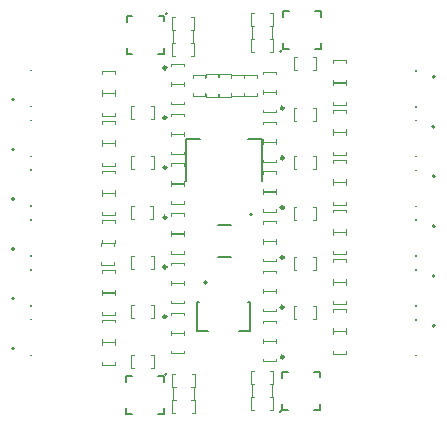
<source format=gbo>
G04*
G04 #@! TF.GenerationSoftware,Altium Limited,Altium Designer,24.6.1 (21)*
G04*
G04 Layer_Color=32896*
%FSLAX44Y44*%
%MOMM*%
G71*
G04*
G04 #@! TF.SameCoordinates,C8D772FE-2820-431E-A14A-531BD9A9DE4E*
G04*
G04*
G04 #@! TF.FilePolarity,Positive*
G04*
G01*
G75*
%ADD10C,0.2000*%
%ADD12C,0.1270*%
%ADD19C,0.0500*%
%ADD80C,0.2500*%
D10*
X25938Y304353D02*
G03*
X25938Y304353I-1000J0D01*
G01*
Y262212D02*
G03*
X25938Y262212I-1000J0D01*
G01*
Y220071D02*
G03*
X25938Y220071I-1000J0D01*
G01*
Y177843D02*
G03*
X25938Y177843I-1000J0D01*
G01*
Y135790D02*
G03*
X25938Y135790I-1000J0D01*
G01*
Y93649D02*
G03*
X25938Y93649I-1000J0D01*
G01*
X381843Y281536D02*
G03*
X381843Y281536I-1000J0D01*
G01*
X382092Y323677D02*
G03*
X382092Y323677I-1000J0D01*
G01*
X382172Y239395D02*
G03*
X382172Y239395I-1000J0D01*
G01*
X382092Y197167D02*
G03*
X382092Y197167I-1000J0D01*
G01*
Y155113D02*
G03*
X382092Y155113I-1000J0D01*
G01*
Y112972D02*
G03*
X382092Y112972I-1000J0D01*
G01*
X227577Y207145D02*
G03*
X227577Y207145I-1000J0D01*
G01*
X189000Y149500D02*
G03*
X189000Y149500I-1000J0D01*
G01*
X155010Y71855D02*
G03*
X155010Y71855I-700J0D01*
G01*
X155543Y377117D02*
G03*
X155543Y377117I-700J0D01*
G01*
X251876Y40197D02*
G03*
X251876Y40197I-700J0D01*
G01*
X252420Y345470D02*
G03*
X252420Y345470I-700J0D01*
G01*
D12*
X39938Y329053D02*
Y329603D01*
Y298603D02*
Y299153D01*
Y286912D02*
Y287462D01*
Y256462D02*
Y257012D01*
Y244771D02*
Y245321D01*
Y214321D02*
Y214871D01*
Y202543D02*
Y203093D01*
Y172093D02*
Y172643D01*
Y160490D02*
Y161040D01*
Y130040D02*
Y130590D01*
Y118349D02*
Y118899D01*
Y87899D02*
Y88449D01*
X365843Y256286D02*
Y256836D01*
Y286736D02*
Y287286D01*
X366092Y298427D02*
Y298977D01*
Y328877D02*
Y329427D01*
X366172Y214145D02*
Y214695D01*
Y244595D02*
Y245145D01*
X366092Y171917D02*
Y172467D01*
Y202367D02*
Y202917D01*
Y129863D02*
Y130413D01*
Y160313D02*
Y160863D01*
Y87722D02*
Y88272D01*
Y118172D02*
Y118722D01*
X198600Y198600D02*
X209400D01*
X198600Y171400D02*
X209400D01*
X223676Y270645D02*
X236077D01*
Y235645D02*
Y270645D01*
X171077D02*
X183477D01*
X171077Y235645D02*
Y270645D01*
X180500Y108775D02*
X189800D01*
X216200D02*
X225500D01*
X180500Y133225D02*
X182000D01*
X224000D02*
X225500D01*
Y108775D02*
Y133225D01*
X180500Y108775D02*
Y133225D01*
X120530Y38075D02*
Y42875D01*
X152530Y38075D02*
Y43075D01*
X120530Y65075D02*
Y70075D01*
X152530Y65275D02*
Y70075D01*
X120530Y38075D02*
X125530D01*
X147530D02*
X152530D01*
X120530Y70075D02*
X125430D01*
X147630D02*
X152530D01*
X148163Y375337D02*
X153063D01*
X121063D02*
X125963D01*
X148063Y343337D02*
X153063D01*
X121063D02*
X126063D01*
X153063Y370537D02*
Y375337D01*
X121063Y370337D02*
Y375337D01*
X153063Y343337D02*
Y348337D01*
X121063Y343337D02*
Y348137D01*
X284956Y69177D02*
Y73977D01*
X252956Y68977D02*
Y73977D01*
X284956Y41977D02*
Y46977D01*
X252956Y41977D02*
Y46777D01*
X279956Y73977D02*
X284956D01*
X252956D02*
X257956D01*
X280056Y41977D02*
X284956D01*
X252956D02*
X257856D01*
X253500Y347250D02*
X258400D01*
X280600D02*
X285500D01*
X253500Y379250D02*
X258500D01*
X280500D02*
X285500D01*
X253500Y347250D02*
Y352050D01*
X285500Y347250D02*
Y352250D01*
X253500Y374250D02*
Y379250D01*
X285500Y374450D02*
Y379250D01*
D19*
X177041Y307817D02*
Y309731D01*
Y307817D02*
X187832D01*
Y309772D01*
X177042Y322963D02*
Y324844D01*
X187836Y322978D02*
Y324844D01*
X177042D02*
X187836D01*
X209900Y323331D02*
Y325831D01*
X198900D02*
X209900D01*
X198900Y323331D02*
Y325831D01*
Y306831D02*
X209900D01*
X198900D02*
Y309331D01*
X209900Y306831D02*
Y309331D01*
X187935Y323331D02*
Y325831D01*
X198935Y323331D02*
Y325831D01*
X187935D02*
X198935D01*
Y306831D02*
Y309331D01*
X187935Y306831D02*
X198935D01*
X187935D02*
Y309331D01*
X209921Y324844D02*
X220715D01*
Y322978D02*
Y324844D01*
X209921Y322963D02*
Y324844D01*
X220711Y307817D02*
Y309772D01*
X209919Y307817D02*
X220711D01*
X209919D02*
Y309731D01*
X220632Y324844D02*
X231425D01*
Y322978D02*
Y324844D01*
X220632Y322963D02*
Y324844D01*
X231421Y307817D02*
Y309772D01*
X220630Y307817D02*
X231421D01*
X220630D02*
Y309731D01*
X236856Y125254D02*
Y127167D01*
Y125254D02*
X247647D01*
Y127208D01*
X236857Y140399D02*
Y142280D01*
X247651Y140415D02*
Y142280D01*
X236857D02*
X247651D01*
X242731Y41590D02*
X245231D01*
Y52590D01*
X242731D02*
X245231D01*
X226231Y41590D02*
Y52590D01*
X228731D01*
X226231Y41590D02*
X228731D01*
X226231Y74415D02*
X228731D01*
X226231Y63415D02*
Y74415D01*
Y63415D02*
X228731D01*
X245231D02*
Y74415D01*
X242731Y63415D02*
X245231D01*
X242731Y74415D02*
X245231D01*
X244244Y52599D02*
Y63393D01*
X242378Y52599D02*
X244244D01*
X242363Y63393D02*
X244244D01*
X227217Y52603D02*
X229172D01*
X227217D02*
Y63395D01*
X229131D01*
X160262Y352472D02*
Y363266D01*
X162128D01*
X160262Y352472D02*
X162143D01*
X175334Y363262D02*
X177289D01*
Y352471D02*
Y363262D01*
X175375Y352471D02*
X177289D01*
X175775Y341583D02*
X178275D01*
Y352583D01*
X175775D02*
X178275D01*
X159275Y341583D02*
Y352583D01*
X161775D01*
X159275Y341583D02*
X161775D01*
X159748Y39328D02*
X162248D01*
X159748Y50328D02*
X162248D01*
X159748Y39328D02*
Y50328D01*
X176248D02*
X178748D01*
Y39328D02*
Y50328D01*
X176248Y39328D02*
X178748D01*
X242763Y377500D02*
X245263D01*
X242763Y366500D02*
X245263D01*
Y377500D01*
X226263Y366500D02*
X228763D01*
X226263D02*
Y377500D01*
X228763D01*
X175775Y374365D02*
X178275D01*
X175775Y363365D02*
X178275D01*
Y374365D01*
X159275Y363365D02*
X161775D01*
X159275D02*
Y374365D01*
X161775D01*
X176248Y72113D02*
X178748D01*
X176248Y61113D02*
X178748D01*
Y72113D01*
X159748Y61113D02*
X162248D01*
X159748D02*
Y72113D01*
X162248D01*
X226263Y344500D02*
X228763D01*
X226263Y355500D02*
X228763D01*
X226263Y344500D02*
Y355500D01*
X242763D02*
X245263D01*
Y344500D02*
Y355500D01*
X242763Y344500D02*
X245263D01*
X175848Y50323D02*
X177762D01*
Y61115D01*
X175807D02*
X177762D01*
X160735Y50325D02*
X162616D01*
X160735Y61119D02*
X162601D01*
X160735Y50325D02*
Y61119D01*
X227250Y366395D02*
X229163D01*
X227250Y355603D02*
Y366395D01*
Y355603D02*
X229205D01*
X242395Y366393D02*
X244277D01*
X242411Y355599D02*
X244277D01*
Y366393D01*
X169596Y332738D02*
Y334651D01*
X158805D02*
X169596D01*
X158805Y332696D02*
Y334651D01*
X169594Y317625D02*
Y319506D01*
X158800Y317625D02*
Y319490D01*
Y317625D02*
X169594D01*
X158800Y300536D02*
Y302449D01*
Y300536D02*
X169592D01*
Y302490D01*
X158802Y315681D02*
Y317562D01*
X169596Y315697D02*
Y317562D01*
X158802D02*
X169596D01*
X158800Y258395D02*
Y260308D01*
Y258395D02*
X169592D01*
Y260349D01*
X158802Y273540D02*
Y275421D01*
X169596Y273556D02*
Y275421D01*
X158802D02*
X169596D01*
X169596Y290597D02*
Y292510D01*
X158805D02*
X169596D01*
X158805Y290556D02*
Y292510D01*
X169594Y275484D02*
Y277365D01*
X158800Y275484D02*
Y277349D01*
Y275484D02*
X169594D01*
X158800Y216254D02*
Y218167D01*
Y216254D02*
X169592D01*
Y218208D01*
X158802Y231399D02*
Y233280D01*
X169596Y231415D02*
Y233280D01*
X158802D02*
X169596D01*
X169596Y248456D02*
Y250369D01*
X158805D02*
X169596D01*
X158805Y248415D02*
Y250369D01*
X169594Y233343D02*
Y235224D01*
X158800Y233343D02*
Y235208D01*
Y233343D02*
X169594D01*
X158800Y174026D02*
Y175939D01*
Y174026D02*
X169592D01*
Y175980D01*
X158802Y189171D02*
Y191052D01*
X169596Y189187D02*
Y191052D01*
X158802D02*
X169596D01*
X169617Y206072D02*
Y207985D01*
X158825D02*
X169617D01*
X158825Y206031D02*
Y207985D01*
X169615Y190959D02*
Y192840D01*
X158821Y190959D02*
Y192824D01*
Y190959D02*
X169615D01*
X169596Y164174D02*
Y166087D01*
X158805D02*
X169596D01*
X158805Y164133D02*
Y166087D01*
X169594Y149061D02*
Y150942D01*
X158800Y149061D02*
Y150927D01*
Y149061D02*
X169594D01*
X158800Y131972D02*
Y133885D01*
Y131972D02*
X169592D01*
Y133926D01*
X158802Y147118D02*
Y148998D01*
X169596Y147133D02*
Y148998D01*
X158802D02*
X169596D01*
X158800Y89831D02*
Y91744D01*
Y89831D02*
X169592D01*
Y91786D01*
X158802Y104977D02*
Y106858D01*
X169596Y104992D02*
Y106858D01*
X158802D02*
X169596D01*
X169596Y122033D02*
Y123947D01*
X158805D02*
X169596D01*
X158805Y121992D02*
Y123947D01*
X169594Y106920D02*
Y108801D01*
X158800Y106920D02*
Y108786D01*
Y106920D02*
X169594D01*
X99915Y326133D02*
Y328633D01*
X110915Y326133D02*
Y328633D01*
X99915D02*
X110915D01*
Y309633D02*
Y312133D01*
X99915Y309633D02*
X110915D01*
X99915D02*
Y312133D01*
X99901Y307168D02*
Y309668D01*
X110901Y307168D02*
Y309668D01*
X99901D02*
X110901D01*
Y290668D02*
Y293168D01*
X99901Y290668D02*
X110901D01*
X99901D02*
Y293168D01*
Y283989D02*
Y286489D01*
X110901Y283989D02*
Y286489D01*
X99901D02*
X110901D01*
Y267489D02*
Y269989D01*
X99901Y267489D02*
X110901D01*
X99901D02*
Y269989D01*
Y264989D02*
Y267489D01*
X110901Y264989D02*
Y267489D01*
X99901D02*
X110901D01*
Y248489D02*
Y250989D01*
X99901Y248489D02*
X110901D01*
X99901D02*
Y250989D01*
Y241848D02*
Y244348D01*
X110901Y241848D02*
Y244348D01*
X99901D02*
X110901D01*
Y225348D02*
Y227848D01*
X99901Y225348D02*
X110901D01*
X99901D02*
Y227848D01*
Y222871D02*
Y225371D01*
X110901Y222871D02*
Y225371D01*
X99901D02*
X110901D01*
Y206371D02*
Y208871D01*
X99901Y206371D02*
X110901D01*
X99901D02*
Y208871D01*
Y199620D02*
Y202120D01*
X110901Y199620D02*
Y202120D01*
X99901D02*
X110901D01*
Y183120D02*
Y185620D01*
X99901Y183120D02*
X110901D01*
X99901D02*
Y185620D01*
X99782Y180608D02*
Y183108D01*
X110782Y180608D02*
Y183108D01*
X99782D02*
X110782D01*
Y164108D02*
Y166608D01*
X99782Y164108D02*
X110782D01*
X99782D02*
Y166608D01*
X99901Y157566D02*
Y160066D01*
X110901Y157566D02*
Y160066D01*
X99901D02*
X110901D01*
Y141066D02*
Y143566D01*
X99901Y141066D02*
X110901D01*
X99901D02*
Y143566D01*
X99888Y138555D02*
Y141055D01*
X110887Y138555D02*
Y141055D01*
X99888D02*
X110887D01*
Y122055D02*
Y124555D01*
X99888Y122055D02*
X110887D01*
X99888D02*
Y124555D01*
X99901Y115675D02*
Y118175D01*
X110901Y115675D02*
Y118175D01*
X99901D02*
X110901D01*
Y99176D02*
Y101676D01*
X99901Y99176D02*
X110901D01*
X99901D02*
Y101676D01*
Y96345D02*
Y98845D01*
X110901Y96345D02*
Y98845D01*
X99901D02*
X110901D01*
Y79845D02*
Y82345D01*
X99901Y79845D02*
X110901D01*
X99901D02*
Y82345D01*
X124957Y88002D02*
X127457D01*
X124957Y77002D02*
Y88002D01*
Y77002D02*
X127457D01*
X143957D02*
Y88002D01*
X141457Y77002D02*
X143957D01*
X141457Y88002D02*
X143957D01*
X141457Y130143D02*
X143957D01*
X141457Y119143D02*
X143957D01*
Y130143D01*
X124957Y119143D02*
X127457D01*
X124957D02*
Y130143D01*
X127457D01*
X141457Y172197D02*
X143957D01*
X141457Y161197D02*
X143957D01*
Y172197D01*
X124957Y161197D02*
X127457D01*
X124957D02*
Y172197D01*
X127457D01*
X141207Y214175D02*
X143707D01*
X141207Y203175D02*
X143707D01*
Y214175D01*
X124707Y203175D02*
X127207D01*
X124707D02*
Y214175D01*
X127207D01*
X141457Y256566D02*
X143957D01*
X141457Y245566D02*
X143957D01*
Y256566D01*
X124957Y245566D02*
X127457D01*
X124957D02*
Y256566D01*
X127457D01*
X141457Y298707D02*
X143957D01*
X141457Y287707D02*
X143957D01*
Y298707D01*
X124957Y287707D02*
X127457D01*
X124957D02*
Y298707D01*
X127457D01*
X306556Y208798D02*
Y211298D01*
X295556D02*
X306556D01*
X295556Y208798D02*
Y211298D01*
Y192298D02*
X306556D01*
X295556D02*
Y194798D01*
X306556Y192298D02*
Y194798D01*
Y335391D02*
Y337891D01*
X295556D02*
X306556D01*
X295556Y335391D02*
Y337891D01*
Y318891D02*
X306556D01*
X295556D02*
Y321391D01*
X306556Y318891D02*
Y321391D01*
X278927Y202527D02*
X281427D01*
Y213527D01*
X278927D02*
X281427D01*
X262427Y202527D02*
Y213527D01*
X264927D01*
X262427Y202527D02*
X264927D01*
X306556Y166746D02*
Y169246D01*
X295556D02*
X306556D01*
X295556Y166746D02*
Y169246D01*
Y150246D02*
X306556D01*
X295556D02*
Y152746D01*
X306556Y150246D02*
Y152746D01*
Y293202D02*
Y295702D01*
X295556D02*
X306556D01*
X295556Y293202D02*
Y295702D01*
Y276702D02*
X306556D01*
X295556D02*
Y279202D01*
X306556Y276702D02*
Y279202D01*
X278927Y160527D02*
X281427D01*
Y171527D01*
X278927D02*
X281427D01*
X262427Y160527D02*
Y171527D01*
X264927D01*
X262427Y160527D02*
X264927D01*
X278927Y245527D02*
X281427D01*
Y256527D01*
X278927D02*
X281427D01*
X262427Y245527D02*
Y256527D01*
X264927D01*
X262427Y245527D02*
X264927D01*
X306556Y124585D02*
Y127085D01*
X295556D02*
X306556D01*
X295556Y124585D02*
Y127085D01*
Y108085D02*
X306556D01*
X295556D02*
Y110585D01*
X306556Y108085D02*
Y110585D01*
Y251033D02*
Y253533D01*
X295556D02*
X306556D01*
X295556Y251033D02*
Y253533D01*
Y234533D02*
X306556D01*
X295556D02*
Y237033D01*
X306556Y234533D02*
Y237033D01*
X278927Y118527D02*
X281427D01*
Y129527D01*
X278927D02*
X281427D01*
X262427Y118527D02*
Y129527D01*
X264927D01*
X262427Y118527D02*
X264927D01*
X278927Y286527D02*
X281427D01*
Y297527D01*
X278927D02*
X281427D01*
X262427Y286527D02*
Y297527D01*
X264927D01*
X262427Y286527D02*
X264927D01*
X306556Y105622D02*
Y108122D01*
X295556D02*
X306556D01*
X295556Y105622D02*
Y108122D01*
Y89122D02*
X306556D01*
X295556D02*
Y91622D01*
X306556Y89122D02*
Y91622D01*
Y147763D02*
Y150263D01*
X295556D02*
X306556D01*
X295556Y147763D02*
Y150263D01*
Y131263D02*
X306556D01*
X295556D02*
Y133763D01*
X306556Y131263D02*
Y133763D01*
Y189817D02*
Y192317D01*
X295556D02*
X306556D01*
X295556Y189817D02*
Y192317D01*
Y173317D02*
X306556D01*
X295556D02*
Y175817D01*
X306556Y173317D02*
Y175817D01*
Y232045D02*
Y234545D01*
X295556D02*
X306556D01*
X295556Y232045D02*
Y234545D01*
Y215545D02*
X306556D01*
X295556D02*
Y218045D01*
X306556Y215545D02*
Y218045D01*
Y274186D02*
Y276686D01*
X295556D02*
X306556D01*
X295556Y274186D02*
Y276686D01*
Y257686D02*
X306556D01*
X295556D02*
Y260186D01*
X306556Y257686D02*
Y260186D01*
Y316327D02*
Y318827D01*
X295556D02*
X306556D01*
X295556Y316327D02*
Y318827D01*
Y299827D02*
X306556D01*
X295556D02*
Y302327D01*
X306556Y299827D02*
Y302327D01*
X236857Y100139D02*
X247651D01*
Y98274D02*
Y100139D01*
X236857Y98258D02*
Y100139D01*
X247647Y83113D02*
Y85067D01*
X236856Y83113D02*
X247647D01*
X236856D02*
Y85026D01*
X236857Y184334D02*
X247651D01*
Y182468D02*
Y184334D01*
X236857Y182453D02*
Y184334D01*
X247647Y167307D02*
Y169262D01*
X236856Y167307D02*
X247647D01*
X236856D02*
Y169221D01*
X236857Y226562D02*
X247651D01*
Y224696D02*
Y226562D01*
X236857Y224681D02*
Y226562D01*
X247647Y209535D02*
Y211490D01*
X236856Y209535D02*
X247647D01*
X236856D02*
Y211449D01*
X236857Y268703D02*
X247651D01*
Y266837D02*
Y268703D01*
X236857Y266822D02*
Y268703D01*
X247647Y251676D02*
Y253631D01*
X236856Y251676D02*
X247647D01*
X236856D02*
Y253590D01*
Y293817D02*
Y295731D01*
Y293817D02*
X247647D01*
Y295772D01*
X236857Y308963D02*
Y310844D01*
X247651Y308978D02*
Y310844D01*
X236857D02*
X247651D01*
X236849Y142343D02*
X247643D01*
X236849D02*
Y144208D01*
X247643Y142343D02*
Y144224D01*
X236853Y157415D02*
Y159369D01*
X247645D01*
Y157456D02*
Y159369D01*
X236849Y184396D02*
X247643D01*
X236849D02*
Y186262D01*
X247643Y184396D02*
Y186277D01*
X236853Y199468D02*
Y201423D01*
X247645D01*
Y199509D02*
Y201423D01*
X236849Y226624D02*
X247643D01*
X236849D02*
Y228490D01*
X247643Y226624D02*
Y228505D01*
X236853Y241696D02*
Y243651D01*
X247645D01*
Y241737D02*
Y243651D01*
X236849Y268765D02*
X247643D01*
X236849D02*
Y270631D01*
X247643Y268765D02*
Y270646D01*
X236853Y283837D02*
Y285792D01*
X247645D01*
Y283878D02*
Y285792D01*
Y326019D02*
Y327933D01*
X236853D02*
X247645D01*
X236853Y325978D02*
Y327933D01*
X247643Y310906D02*
Y312787D01*
X236849Y310906D02*
Y312772D01*
Y310906D02*
X247643D01*
X236849Y100202D02*
X247643D01*
X236849D02*
Y102067D01*
X247643Y100202D02*
Y102083D01*
X236853Y115274D02*
Y117228D01*
X247645D01*
Y115315D02*
Y117228D01*
X262500Y329750D02*
X265000D01*
X262500Y340750D02*
X265000D01*
X262500Y329750D02*
Y340750D01*
X279000D02*
X281500D01*
Y329750D02*
Y340750D01*
X279000Y329750D02*
X281500D01*
D80*
X154780Y204770D02*
G03*
X154780Y204770I-1250J0D01*
G01*
Y331280D02*
G03*
X154780Y331280I-1250J0D01*
G01*
Y289139D02*
G03*
X154780Y289139I-1250J0D01*
G01*
Y246998D02*
G03*
X154780Y246998I-1250J0D01*
G01*
Y162716D02*
G03*
X154780Y162716I-1250J0D01*
G01*
Y120576D02*
G03*
X154780Y120576I-1250J0D01*
G01*
X254177Y297177D02*
G03*
X254177Y297177I-1250J0D01*
G01*
Y170667D02*
G03*
X254177Y170667I-1250J0D01*
G01*
Y128613D02*
G03*
X254177Y128613I-1250J0D01*
G01*
Y255036D02*
G03*
X254177Y255036I-1250J0D01*
G01*
Y86472D02*
G03*
X254177Y86472I-1250J0D01*
G01*
Y212895D02*
G03*
X254177Y212895I-1250J0D01*
G01*
M02*

</source>
